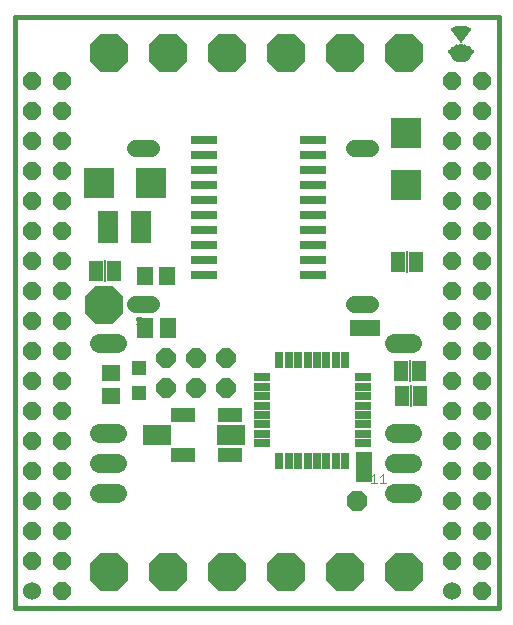
<source format=gts>
G75*
%MOIN*%
%OFA0B0*%
%FSLAX24Y24*%
%IPPOS*%
%LPD*%
%AMOC8*
5,1,8,0,0,1.08239X$1,22.5*
%
%ADD10C,0.0160*%
%ADD11C,0.0030*%
%ADD12R,0.0540X0.0260*%
%ADD13R,0.0260X0.0540*%
%ADD14OC8,0.0640*%
%ADD15OC8,0.1290*%
%ADD16OC8,0.0670*%
%ADD17R,0.0512X0.0512*%
%ADD18R,0.0552X0.0670*%
%ADD19C,0.0600*%
%ADD20OC8,0.0600*%
%ADD21R,0.1040X0.0540*%
%ADD22R,0.0540X0.1040*%
%ADD23R,0.0906X0.0276*%
%ADD24R,0.0552X0.0631*%
%ADD25R,0.0670X0.1103*%
%ADD26R,0.0500X0.0670*%
%ADD27R,0.0060X0.0720*%
%ADD28R,0.0827X0.0473*%
%ADD29R,0.0631X0.0552*%
%ADD30C,0.0555*%
%ADD31R,0.0985X0.0985*%
%ADD32C,0.0640*%
%ADD33R,0.0312X0.0004*%
%ADD34R,0.0344X0.0004*%
%ADD35R,0.0368X0.0004*%
%ADD36R,0.0392X0.0004*%
%ADD37R,0.0408X0.0004*%
%ADD38R,0.0424X0.0004*%
%ADD39R,0.0432X0.0004*%
%ADD40R,0.0448X0.0004*%
%ADD41R,0.0456X0.0004*%
%ADD42R,0.0472X0.0004*%
%ADD43R,0.0480X0.0004*%
%ADD44R,0.0488X0.0004*%
%ADD45R,0.0496X0.0004*%
%ADD46R,0.0504X0.0004*%
%ADD47R,0.0512X0.0004*%
%ADD48R,0.0520X0.0004*%
%ADD49R,0.0528X0.0004*%
%ADD50R,0.0536X0.0004*%
%ADD51R,0.0536X0.0004*%
%ADD52R,0.0544X0.0004*%
%ADD53R,0.0552X0.0004*%
%ADD54R,0.0560X0.0004*%
%ADD55R,0.0560X0.0004*%
%ADD56R,0.0568X0.0004*%
%ADD57R,0.0576X0.0004*%
%ADD58R,0.0584X0.0004*%
%ADD59R,0.0592X0.0004*%
%ADD60R,0.0592X0.0004*%
%ADD61R,0.0600X0.0004*%
%ADD62R,0.0608X0.0004*%
%ADD63R,0.0608X0.0004*%
%ADD64R,0.0616X0.0004*%
%ADD65R,0.0624X0.0004*%
%ADD66R,0.0632X0.0004*%
%ADD67R,0.0632X0.0004*%
%ADD68R,0.0640X0.0004*%
%ADD69R,0.0648X0.0004*%
%ADD70R,0.0648X0.0004*%
%ADD71R,0.0656X0.0004*%
%ADD72R,0.0664X0.0004*%
%ADD73R,0.0664X0.0004*%
%ADD74R,0.0672X0.0004*%
%ADD75R,0.0680X0.0004*%
%ADD76R,0.0680X0.0004*%
%ADD77R,0.0688X0.0004*%
%ADD78R,0.0696X0.0004*%
%ADD79R,0.0700X0.0004*%
%ADD80R,0.0708X0.0004*%
%ADD81R,0.0716X0.0004*%
%ADD82R,0.0720X0.0004*%
%ADD83R,0.0720X0.0004*%
%ADD84R,0.0724X0.0004*%
%ADD85R,0.0808X0.0004*%
%ADD86R,0.0824X0.0004*%
%ADD87R,0.0832X0.0004*%
%ADD88R,0.0840X0.0004*%
%ADD89R,0.0848X0.0004*%
%ADD90R,0.0856X0.0004*%
%ADD91R,0.0860X0.0004*%
%ADD92R,0.0864X0.0004*%
%ADD93R,0.0864X0.0004*%
%ADD94R,0.0868X0.0004*%
%ADD95R,0.0872X0.0004*%
%ADD96R,0.0872X0.0004*%
%ADD97R,0.0860X0.0004*%
%ADD98R,0.0832X0.0004*%
%ADD99R,0.0824X0.0004*%
%ADD100R,0.0708X0.0004*%
%ADD101R,0.0712X0.0004*%
%ADD102R,0.0712X0.0004*%
%ADD103R,0.0700X0.0004*%
%ADD104R,0.0696X0.0004*%
%ADD105R,0.0692X0.0004*%
%ADD106R,0.0668X0.0004*%
%ADD107R,0.0660X0.0004*%
%ADD108R,0.0452X0.0004*%
%ADD109R,0.0188X0.0004*%
%ADD110R,0.0448X0.0004*%
%ADD111R,0.0440X0.0004*%
%ADD112R,0.0184X0.0004*%
%ADD113R,0.0432X0.0004*%
%ADD114R,0.0184X0.0004*%
%ADD115R,0.0424X0.0004*%
%ADD116R,0.0412X0.0004*%
%ADD117R,0.0128X0.0004*%
%ADD118R,0.0044X0.0004*%
%ADD119R,0.0400X0.0004*%
%ADD120R,0.0008X0.0004*%
%ADD121R,0.0388X0.0004*%
%ADD122R,0.0132X0.0004*%
%ADD123R,0.0360X0.0004*%
%ADD124R,0.0136X0.0004*%
%ADD125R,0.0340X0.0004*%
%ADD126R,0.0140X0.0004*%
%ADD127R,0.0328X0.0004*%
%ADD128R,0.0144X0.0004*%
%ADD129R,0.0324X0.0004*%
%ADD130R,0.0148X0.0004*%
%ADD131R,0.0320X0.0004*%
%ADD132R,0.0156X0.0004*%
%ADD133R,0.0316X0.0004*%
%ADD134R,0.0176X0.0004*%
%ADD135R,0.0080X0.0004*%
%ADD136R,0.0052X0.0004*%
%ADD137R,0.0380X0.0004*%
%ADD138R,0.0372X0.0004*%
%ADD139R,0.0356X0.0004*%
%ADD140R,0.0004X0.0004*%
%ADD141R,0.0308X0.0004*%
%ADD142R,0.0060X0.0004*%
%ADD143R,0.0240X0.0004*%
%ADD144R,0.0232X0.0004*%
%ADD145R,0.0044X0.0004*%
%ADD146R,0.0164X0.0004*%
%ADD147R,0.0056X0.0004*%
%ADD148R,0.0036X0.0004*%
%ADD149R,0.0156X0.0004*%
%ADD150R,0.0048X0.0004*%
%ADD151R,0.0024X0.0004*%
%ADD152R,0.0036X0.0004*%
%ADD153R,0.0016X0.0004*%
%ADD154R,0.0028X0.0004*%
%ADD155R,0.0012X0.0004*%
%ADD156R,0.0124X0.0004*%
%ADD157R,0.0108X0.0004*%
%ADD158R,0.0008X0.0004*%
%ADD159R,0.0092X0.0004*%
%ADD160R,0.0068X0.0004*%
%ADD161R,0.0008X0.0004*%
%ADD162R,0.0016X0.0004*%
%ADD163R,0.0024X0.0004*%
%ADD164R,0.0032X0.0004*%
%ADD165R,0.0032X0.0004*%
%ADD166R,0.0040X0.0004*%
%ADD167R,0.0056X0.0004*%
%ADD168R,0.0064X0.0004*%
%ADD169R,0.0072X0.0004*%
%ADD170R,0.0088X0.0004*%
%ADD171R,0.0096X0.0004*%
%ADD172R,0.0104X0.0004*%
%ADD173R,0.0112X0.0004*%
%ADD174R,0.0120X0.0004*%
%ADD175R,0.0124X0.0004*%
%ADD176R,0.0128X0.0004*%
%ADD177R,0.0144X0.0004*%
%ADD178R,0.0152X0.0004*%
%ADD179R,0.0152X0.0004*%
%ADD180R,0.0160X0.0004*%
%ADD181R,0.0168X0.0004*%
%ADD182R,0.0176X0.0004*%
%ADD183R,0.0184X0.0004*%
%ADD184R,0.0192X0.0004*%
%ADD185R,0.0200X0.0004*%
%ADD186R,0.0208X0.0004*%
%ADD187R,0.0216X0.0004*%
%ADD188R,0.0216X0.0004*%
%ADD189R,0.0224X0.0004*%
%ADD190R,0.0232X0.0004*%
%ADD191R,0.0240X0.0004*%
%ADD192R,0.0248X0.0004*%
%ADD193R,0.0256X0.0004*%
%ADD194R,0.0264X0.0004*%
%ADD195R,0.0272X0.0004*%
%ADD196R,0.0280X0.0004*%
%ADD197R,0.0288X0.0004*%
%ADD198R,0.0296X0.0004*%
%ADD199R,0.0304X0.0004*%
%ADD200R,0.0320X0.0004*%
%ADD201R,0.0328X0.0004*%
%ADD202R,0.0336X0.0004*%
%ADD203R,0.0336X0.0004*%
%ADD204R,0.0200X0.0004*%
%ADD205R,0.0128X0.0004*%
%ADD206R,0.0204X0.0004*%
%ADD207R,0.0216X0.0004*%
%ADD208R,0.0228X0.0004*%
%ADD209R,0.0416X0.0004*%
%ADD210R,0.0424X0.0004*%
%ADD211R,0.0428X0.0004*%
%ADD212R,0.0304X0.0004*%
%ADD213R,0.0180X0.0004*%
%ADD214R,0.0112X0.0004*%
%ADD215R,0.0176X0.0004*%
%ADD216R,0.0112X0.0004*%
%ADD217R,0.0132X0.0004*%
%ADD218R,0.0116X0.0004*%
%ADD219R,0.0332X0.0004*%
%ADD220R,0.0336X0.0004*%
%ADD221R,0.0480X0.0004*%
%ADD222R,0.0496X0.0004*%
%ADD223R,0.0512X0.0004*%
%ADD224R,0.0544X0.0004*%
%ADD225R,0.0208X0.0004*%
%ADD226R,0.0356X0.0004*%
%ADD227R,0.0208X0.0004*%
%ADD228R,0.0364X0.0004*%
%ADD229R,0.0212X0.0004*%
%ADD230R,0.0368X0.0004*%
%ADD231R,0.0220X0.0004*%
%ADD232R,0.0600X0.0004*%
%ADD233R,0.0356X0.0004*%
%ADD234R,0.0228X0.0004*%
%ADD235R,0.0236X0.0004*%
%ADD236R,0.0360X0.0004*%
%ADD237R,0.0368X0.0004*%
%ADD238R,0.0244X0.0004*%
%ADD239R,0.0252X0.0004*%
%ADD240R,0.0376X0.0004*%
%ADD241R,0.0672X0.0004*%
%ADD242R,0.0624X0.0004*%
%ADD243R,0.0596X0.0004*%
%ADD244R,0.0552X0.0004*%
%ADD245R,0.0456X0.0004*%
%ADD246R,0.0384X0.0004*%
%ADD247R,0.0352X0.0004*%
%ADD248R,0.0188X0.0004*%
%ADD249R,0.0108X0.0004*%
%ADD250R,0.0946X0.0670*%
D10*
X003348Y000180D02*
X019490Y000180D01*
X019490Y019865D01*
X003348Y019865D01*
X003348Y000180D01*
D11*
X007456Y009591D02*
X007553Y009591D01*
X007601Y009639D01*
X007601Y009833D01*
X007553Y009881D01*
X007456Y009881D01*
X007408Y009833D01*
X007408Y009785D01*
X007456Y009736D01*
X007601Y009736D01*
X007456Y009591D02*
X007408Y009639D01*
X015224Y004532D02*
X015321Y004629D01*
X015321Y004339D01*
X015224Y004339D02*
X015418Y004339D01*
X015519Y004339D02*
X015713Y004339D01*
X015616Y004339D02*
X015616Y004629D01*
X015519Y004532D01*
X015899Y008690D02*
X015802Y008786D01*
X016092Y008786D01*
X016092Y008690D02*
X016092Y008883D01*
X016044Y008984D02*
X015850Y009178D01*
X016044Y009178D01*
X016092Y009129D01*
X016092Y009033D01*
X016044Y008984D01*
X015850Y008984D01*
X015802Y009033D01*
X015802Y009129D01*
X015850Y009178D01*
D12*
X014960Y007865D03*
X014960Y007550D03*
X014960Y007235D03*
X014960Y006920D03*
X014960Y006605D03*
X014960Y006290D03*
X014960Y005975D03*
X014960Y005660D03*
X011580Y005660D03*
X011580Y005975D03*
X011580Y006290D03*
X011580Y006605D03*
X011580Y006920D03*
X011580Y007235D03*
X011580Y007550D03*
X011580Y007865D03*
D13*
X012167Y008453D03*
X012482Y008453D03*
X012797Y008453D03*
X013112Y008453D03*
X013427Y008453D03*
X013742Y008453D03*
X014057Y008453D03*
X014372Y008453D03*
X014372Y005073D03*
X014057Y005073D03*
X013742Y005073D03*
X013427Y005073D03*
X013112Y005073D03*
X012797Y005073D03*
X012482Y005073D03*
X012167Y005073D03*
D14*
X010388Y007507D03*
X010388Y008507D03*
X009388Y008507D03*
X009388Y007507D03*
X008388Y007507D03*
X008388Y008507D03*
D15*
X006331Y010271D03*
X006498Y018684D03*
X008466Y018684D03*
X010435Y018684D03*
X012403Y018684D03*
X014372Y018684D03*
X016340Y018684D03*
X016340Y001361D03*
X014372Y001361D03*
X012403Y001361D03*
X010435Y001361D03*
X008466Y001361D03*
X006498Y001361D03*
D16*
X014750Y003741D03*
D17*
X007489Y007344D03*
X007489Y008171D03*
D18*
X007701Y009498D03*
X008449Y009498D03*
D19*
X003919Y000735D03*
X017919Y000735D03*
D20*
X018919Y000735D03*
X018919Y001735D03*
X017919Y001735D03*
X017919Y002735D03*
X018919Y002735D03*
X018919Y003735D03*
X017919Y003735D03*
X017919Y004735D03*
X018919Y004735D03*
X018919Y005735D03*
X017919Y005735D03*
X017919Y006735D03*
X018919Y006735D03*
X018919Y007735D03*
X017919Y007735D03*
X017919Y008735D03*
X018919Y008735D03*
X018919Y009735D03*
X017919Y009735D03*
X017919Y010735D03*
X018919Y010735D03*
X018919Y011735D03*
X017919Y011735D03*
X017919Y012735D03*
X018919Y012735D03*
X018919Y013735D03*
X017919Y013735D03*
X017919Y014735D03*
X018919Y014735D03*
X018919Y015735D03*
X017919Y015735D03*
X017919Y016735D03*
X018919Y016735D03*
X018919Y017735D03*
X017919Y017735D03*
X004919Y017735D03*
X003919Y017735D03*
X003919Y016735D03*
X004919Y016735D03*
X004919Y015735D03*
X003919Y015735D03*
X003919Y014735D03*
X004919Y014735D03*
X004919Y013735D03*
X003919Y013735D03*
X003919Y012735D03*
X004919Y012735D03*
X004919Y011735D03*
X003919Y011735D03*
X003919Y010735D03*
X004919Y010735D03*
X004919Y009735D03*
X003919Y009735D03*
X003919Y008735D03*
X004919Y008735D03*
X004919Y007735D03*
X003919Y007735D03*
X003919Y006735D03*
X004919Y006735D03*
X004919Y005735D03*
X003919Y005735D03*
X003919Y004735D03*
X004919Y004735D03*
X004919Y003735D03*
X003919Y003735D03*
X003919Y002735D03*
X004919Y002735D03*
X004919Y001735D03*
X003919Y001735D03*
X004919Y000735D03*
D21*
X015015Y009518D03*
D22*
X015003Y004866D03*
D23*
X013289Y011273D03*
X013289Y011773D03*
X013289Y012273D03*
X013289Y012773D03*
X013289Y013273D03*
X013289Y013773D03*
X013289Y014273D03*
X013289Y014773D03*
X013289Y015273D03*
X013289Y015773D03*
X009667Y015773D03*
X009667Y015273D03*
X009667Y014773D03*
X009667Y014273D03*
X009667Y013773D03*
X009667Y013273D03*
X009667Y012773D03*
X009667Y012273D03*
X009667Y011773D03*
X009667Y011273D03*
D24*
X008427Y011232D03*
X007679Y011232D03*
D25*
X007568Y012866D03*
X006465Y012866D03*
D26*
X006663Y011410D03*
X006063Y011410D03*
X016129Y011693D03*
X016729Y011693D03*
X016838Y008070D03*
X016238Y008070D03*
X016248Y007230D03*
X016848Y007230D03*
D27*
X016548Y007230D03*
X016538Y008070D03*
X016429Y011693D03*
X006363Y011410D03*
D28*
X008951Y006609D03*
X008951Y005271D03*
X010526Y005271D03*
X010526Y006609D03*
D29*
X006548Y007246D03*
X006548Y007994D03*
D30*
X007371Y010320D02*
X007886Y010320D01*
X007886Y015520D02*
X007371Y015520D01*
X014671Y015520D02*
X015186Y015520D01*
X015186Y010320D02*
X014671Y010320D01*
D31*
X016388Y014279D03*
X016388Y016011D03*
X007904Y014335D03*
X006172Y014335D03*
D32*
X006158Y008990D02*
X006758Y008990D01*
X006758Y005990D02*
X006158Y005990D01*
X006158Y004990D02*
X006758Y004990D01*
X006758Y003990D02*
X006158Y003990D01*
X015993Y004010D02*
X016593Y004010D01*
X016593Y005010D02*
X015993Y005010D01*
X015993Y006010D02*
X016593Y006010D01*
X016593Y009010D02*
X015993Y009010D01*
D33*
X018228Y018382D03*
X018232Y018894D03*
X018228Y019194D03*
X018228Y019198D03*
D34*
X018228Y018386D03*
D35*
X018228Y018390D03*
D36*
X018228Y018394D03*
X018204Y018878D03*
D37*
X018228Y019258D03*
X018228Y019262D03*
X018228Y019518D03*
X018228Y018398D03*
D38*
X018228Y018402D03*
D39*
X018228Y018406D03*
X018228Y019278D03*
X018228Y019514D03*
D40*
X018228Y018410D03*
D41*
X018228Y018414D03*
D42*
X018228Y018418D03*
D43*
X018228Y018422D03*
X018228Y019506D03*
D44*
X018228Y019314D03*
X018228Y018426D03*
D45*
X018228Y018430D03*
D46*
X018228Y018434D03*
X018228Y019326D03*
D47*
X018228Y019498D03*
X018228Y018438D03*
D48*
X018228Y018442D03*
X018228Y019334D03*
X018228Y019338D03*
D49*
X018228Y019342D03*
X018228Y018446D03*
D50*
X018228Y018450D03*
D51*
X018228Y018454D03*
X018228Y019346D03*
X018228Y019494D03*
D52*
X018228Y019354D03*
X018228Y018458D03*
D53*
X018228Y018462D03*
X018228Y019358D03*
D54*
X018228Y019362D03*
X018228Y018466D03*
D55*
X018228Y018470D03*
D56*
X018228Y018474D03*
X018228Y019366D03*
X018228Y019486D03*
D57*
X018228Y018482D03*
X018228Y018478D03*
D58*
X018228Y018486D03*
X018228Y019482D03*
D59*
X018228Y018490D03*
D60*
X018228Y018494D03*
D61*
X018228Y018498D03*
X018228Y018502D03*
D62*
X018228Y018506D03*
X018228Y019474D03*
D63*
X018228Y018510D03*
D64*
X018228Y018514D03*
X018228Y018518D03*
D65*
X018228Y018522D03*
X018228Y018526D03*
D66*
X018228Y018530D03*
D67*
X018228Y018534D03*
X018228Y019466D03*
D68*
X018228Y018542D03*
X018228Y018538D03*
D69*
X018228Y018546D03*
X018228Y018554D03*
X018228Y019462D03*
D70*
X018228Y018550D03*
D71*
X018228Y018558D03*
X018228Y018562D03*
X018228Y019426D03*
X018228Y019458D03*
D72*
X018228Y019454D03*
X018228Y019434D03*
X018228Y018566D03*
D73*
X018228Y018570D03*
X018228Y019430D03*
D74*
X018228Y019438D03*
X018232Y018806D03*
X018228Y018582D03*
X018228Y018578D03*
X018228Y018574D03*
D75*
X018228Y018586D03*
X018228Y018802D03*
X018228Y019442D03*
X018228Y019446D03*
D76*
X018228Y018590D03*
D77*
X018228Y018594D03*
X018228Y018598D03*
X018228Y018798D03*
D78*
X018228Y018606D03*
X018228Y018602D03*
D79*
X018230Y018610D03*
D80*
X018230Y018614D03*
X018230Y018618D03*
D81*
X018230Y018622D03*
X018230Y018626D03*
D82*
X018228Y018630D03*
D83*
X018228Y018634D03*
D84*
X018226Y018638D03*
D85*
X018228Y018642D03*
X018228Y018734D03*
D86*
X018228Y018646D03*
D87*
X018228Y018650D03*
D88*
X018228Y018654D03*
X018228Y018722D03*
D89*
X018228Y018718D03*
X018228Y018658D03*
D90*
X018228Y018662D03*
X018228Y018714D03*
D91*
X018226Y018666D03*
D92*
X018228Y018670D03*
D93*
X018228Y018674D03*
X018228Y018702D03*
X018228Y018706D03*
D94*
X018226Y018698D03*
X018226Y018682D03*
X018226Y018678D03*
D95*
X018228Y018686D03*
X018228Y018694D03*
D96*
X018228Y018690D03*
D97*
X018226Y018710D03*
D98*
X018228Y018726D03*
D99*
X018228Y018730D03*
D100*
X018218Y018766D03*
X018222Y018778D03*
D101*
X018220Y018770D03*
D102*
X018220Y018774D03*
D103*
X018222Y018782D03*
X018222Y018786D03*
D104*
X018224Y018790D03*
D105*
X018226Y018794D03*
D106*
X018234Y018810D03*
D107*
X018234Y018814D03*
X018234Y018818D03*
D108*
X018334Y018822D03*
D109*
X018002Y018838D03*
X017998Y018826D03*
X017998Y018822D03*
D110*
X018336Y018826D03*
D111*
X018336Y018830D03*
D112*
X018000Y018830D03*
D113*
X018336Y018834D03*
D114*
X018000Y018834D03*
D115*
X018340Y018838D03*
D116*
X018342Y018842D03*
D117*
X018040Y018846D03*
X018036Y018842D03*
X018120Y019218D03*
X018116Y019222D03*
D118*
X017930Y018842D03*
D119*
X018344Y018846D03*
X018228Y019254D03*
D120*
X018228Y018994D03*
X017912Y018846D03*
D121*
X018346Y018850D03*
D122*
X018046Y018850D03*
X018390Y019290D03*
D123*
X018340Y019378D03*
X018356Y018854D03*
D124*
X018228Y018922D03*
X018228Y019078D03*
X018108Y019238D03*
X018048Y018854D03*
D125*
X018362Y018858D03*
D126*
X018106Y019242D03*
X018054Y018858D03*
D127*
X018360Y018862D03*
X018296Y019298D03*
D128*
X018060Y018862D03*
D129*
X018358Y018866D03*
D130*
X018230Y018918D03*
X018066Y018866D03*
D131*
X018352Y018870D03*
X018228Y019530D03*
D132*
X018110Y019250D03*
X018074Y018870D03*
D133*
X018346Y018874D03*
D134*
X018092Y018874D03*
D135*
X018228Y019038D03*
X018228Y019042D03*
X018456Y018878D03*
D136*
X018454Y018882D03*
X018354Y018906D03*
D137*
X018206Y018882D03*
D138*
X018210Y018886D03*
D139*
X018214Y018890D03*
X018334Y019370D03*
D140*
X018062Y018894D03*
D141*
X018234Y018898D03*
D142*
X018354Y018902D03*
D143*
X018200Y018902D03*
X018228Y019146D03*
X018428Y019414D03*
X018228Y019538D03*
D144*
X018416Y019394D03*
X018420Y019398D03*
X018200Y018906D03*
D145*
X018358Y018910D03*
D146*
X018230Y018910D03*
D147*
X018116Y018910D03*
D148*
X018358Y018914D03*
D149*
X018230Y018914D03*
D150*
X018228Y019018D03*
X018112Y018914D03*
D151*
X018360Y018918D03*
D152*
X018230Y018942D03*
X018110Y018918D03*
D153*
X018104Y018926D03*
X018360Y018922D03*
D154*
X018106Y018922D03*
D155*
X018362Y018926D03*
D156*
X018230Y018926D03*
X018386Y019282D03*
X018054Y019306D03*
D157*
X018230Y018930D03*
D158*
X018100Y018930D03*
D159*
X018230Y018934D03*
D160*
X018230Y018938D03*
D161*
X018228Y018990D03*
D162*
X018228Y018998D03*
D163*
X018228Y019002D03*
D164*
X018228Y019006D03*
D165*
X018228Y019010D03*
D166*
X018228Y019014D03*
D167*
X018228Y019022D03*
X018228Y019026D03*
D168*
X018228Y019030D03*
D169*
X018228Y019034D03*
D170*
X018228Y019046D03*
D171*
X018228Y019050D03*
D172*
X018228Y019054D03*
X018228Y019058D03*
D173*
X018228Y019062D03*
D174*
X018228Y019066D03*
X018052Y019302D03*
D175*
X018230Y019070D03*
D176*
X018228Y019074D03*
X018112Y019226D03*
X018108Y019234D03*
X018388Y019286D03*
D177*
X018228Y019082D03*
X018108Y019246D03*
D178*
X018228Y019086D03*
D179*
X018228Y019090D03*
D180*
X018228Y019094D03*
D181*
X018228Y019098D03*
X018228Y019102D03*
D182*
X018228Y019106D03*
D183*
X018228Y019110D03*
D184*
X018228Y019114D03*
X018228Y019118D03*
D185*
X018228Y019122D03*
X018300Y019218D03*
X018304Y019222D03*
X018308Y019226D03*
D186*
X018312Y019238D03*
X018228Y019126D03*
D187*
X018228Y019130D03*
D188*
X018228Y019134D03*
D189*
X018228Y019138D03*
D190*
X018228Y019142D03*
X018424Y019406D03*
D191*
X018228Y019150D03*
D192*
X018228Y019154D03*
D193*
X018228Y019158D03*
D194*
X018228Y019162D03*
X018228Y019166D03*
D195*
X018228Y019170D03*
D196*
X018228Y019174D03*
X018228Y019534D03*
D197*
X018228Y019182D03*
X018228Y019178D03*
D198*
X018228Y019186D03*
D199*
X018228Y019190D03*
D200*
X018228Y019202D03*
D201*
X018228Y019206D03*
D202*
X018228Y019210D03*
D203*
X018228Y019214D03*
D204*
X018308Y019230D03*
D205*
X018112Y019230D03*
D206*
X018042Y019374D03*
X018310Y019234D03*
D207*
X018312Y019242D03*
X018312Y019246D03*
D208*
X018310Y019250D03*
D209*
X018228Y019266D03*
D210*
X018228Y019270D03*
D211*
X018226Y019274D03*
D212*
X018160Y019282D03*
D213*
X018218Y019286D03*
X018222Y019294D03*
D214*
X018060Y019286D03*
X018056Y019294D03*
D215*
X018220Y019290D03*
D216*
X018056Y019290D03*
D217*
X018390Y019294D03*
D218*
X018054Y019298D03*
D219*
X018298Y019302D03*
D220*
X018296Y019306D03*
D221*
X018228Y019310D03*
D222*
X018228Y019318D03*
X018228Y019322D03*
X018228Y019502D03*
D223*
X018228Y019330D03*
D224*
X018228Y019350D03*
D225*
X018048Y019370D03*
D226*
X018098Y019398D03*
X018098Y019402D03*
X018338Y019374D03*
D227*
X018040Y019378D03*
D228*
X018342Y019382D03*
D229*
X018038Y019382D03*
D230*
X018340Y019386D03*
D231*
X018042Y019386D03*
D232*
X018228Y019390D03*
D233*
X018102Y019394D03*
X018094Y019406D03*
D234*
X018422Y019402D03*
D235*
X018426Y019410D03*
D236*
X018092Y019410D03*
D237*
X018092Y019414D03*
X018092Y019418D03*
D238*
X018426Y019418D03*
D239*
X018426Y019422D03*
D240*
X018092Y019422D03*
D241*
X018228Y019450D03*
D242*
X018228Y019470D03*
D243*
X018226Y019478D03*
D244*
X018228Y019490D03*
D245*
X018228Y019510D03*
D246*
X018228Y019522D03*
D247*
X018228Y019526D03*
D248*
X018230Y019542D03*
D249*
X018226Y019546D03*
D250*
X010568Y005945D03*
X008088Y005945D03*
M02*

</source>
